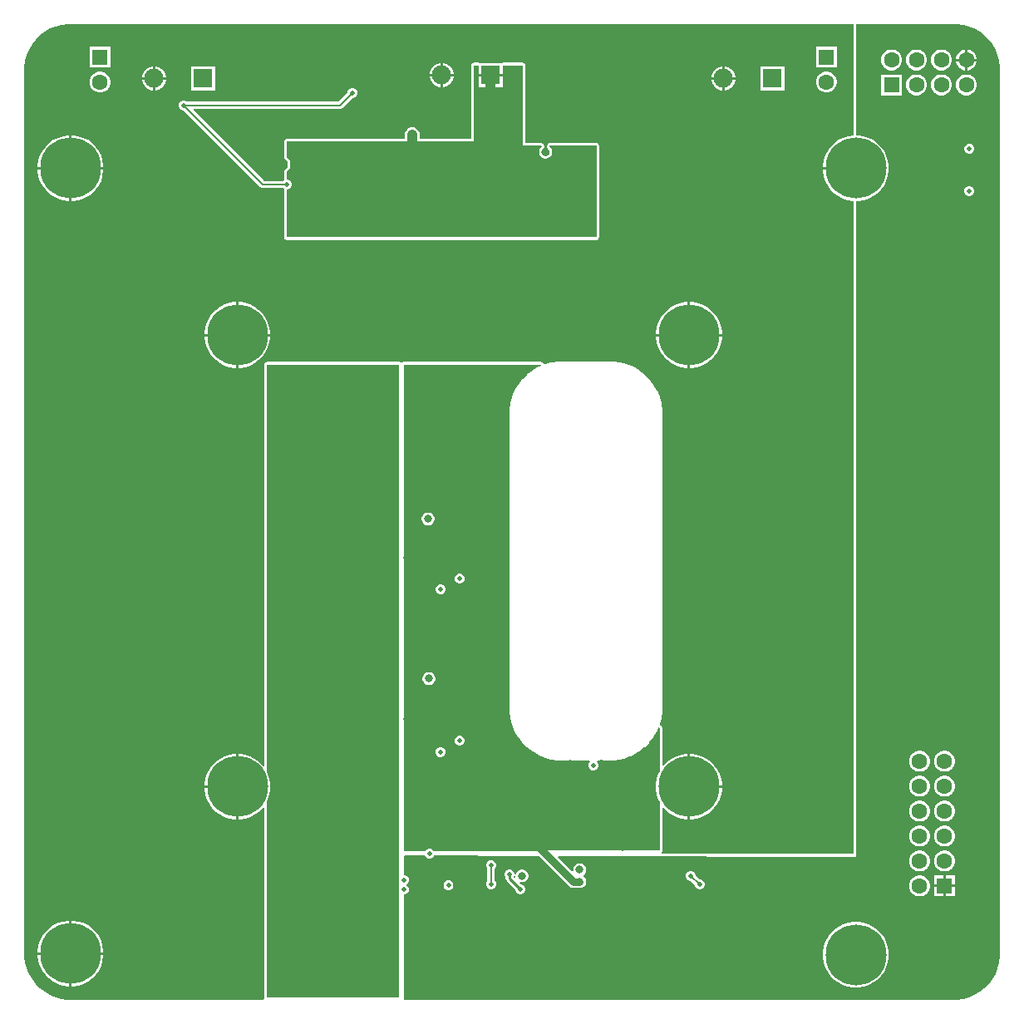
<source format=gbl>
G04*
G04 #@! TF.GenerationSoftware,Altium Limited,Altium Designer,24.0.1 (36)*
G04*
G04 Layer_Physical_Order=4*
G04 Layer_Color=16711680*
%FSLAX26Y26*%
%MOIN*%
G70*
G04*
G04 #@! TF.SameCoordinates,F42C736F-CBB7-40B1-BF54-99FABD9F894E*
G04*
G04*
G04 #@! TF.FilePolarity,Positive*
G04*
G01*
G75*
%ADD10C,0.010000*%
%ADD14C,0.007874*%
%ADD111C,0.039370*%
%ADD112C,0.029528*%
%ADD113C,0.062992*%
%ADD114R,0.062992X0.062992*%
%ADD115R,0.062992X0.062992*%
%ADD116C,0.076772*%
%ADD117R,0.076772X0.076772*%
%ADD118C,0.244095*%
%ADD119C,0.019685*%
%ADD120C,0.050000*%
%ADD121C,0.031496*%
G36*
X3336261Y3478504D02*
X3336064D01*
X3315536Y3475253D01*
X3295768Y3468830D01*
X3277249Y3459394D01*
X3260434Y3447177D01*
X3245737Y3432480D01*
X3233520Y3415665D01*
X3224084Y3397145D01*
X3217661Y3377378D01*
X3214410Y3356849D01*
Y3351457D01*
X3346457D01*
Y3341457D01*
X3214410D01*
Y3336064D01*
X3217661Y3315536D01*
X3224084Y3295768D01*
X3233520Y3277249D01*
X3245737Y3260434D01*
X3260434Y3245737D01*
X3277249Y3233520D01*
X3295768Y3224084D01*
X3315536Y3217661D01*
X3336064Y3214410D01*
X3336261D01*
Y599585D01*
X3332721Y596053D01*
X2569291Y597751D01*
X2567906Y600825D01*
X2567466Y602755D01*
X2568316Y604029D01*
X2569419Y605681D01*
X2569421Y605688D01*
X2569424Y605693D01*
X2569809Y607640D01*
X2570195Y609583D01*
Y780631D01*
X2574951Y782176D01*
X2576445Y780119D01*
X2591142Y765422D01*
X2607958Y753205D01*
X2626477Y743769D01*
X2646244Y737346D01*
X2666773Y734095D01*
X2672165D01*
Y866142D01*
Y998189D01*
X2666773D01*
X2646244Y994937D01*
X2626477Y988515D01*
X2607958Y979079D01*
X2591142Y966862D01*
X2576445Y952165D01*
X2574951Y950107D01*
X2570195Y951653D01*
Y1101840D01*
X2569999Y1102825D01*
Y1103829D01*
X2569615Y1104756D01*
X2569419Y1105742D01*
X2568861Y1106577D01*
X2568477Y1107504D01*
X2567767Y1108214D01*
X2567209Y1109049D01*
X2566374Y1109607D01*
X2565664Y1110317D01*
X2564736Y1110702D01*
X2563901Y1111259D01*
X2563781Y1111283D01*
X2563594Y1111348D01*
X2562586Y1112125D01*
X2561562Y1113326D01*
X2560438Y1117246D01*
X2566368Y1139380D01*
X2566420Y1140173D01*
X2566676Y1140925D01*
X2570055Y1166591D01*
X2570003Y1167384D01*
X2570158Y1168164D01*
X2570158Y1181102D01*
X2570158Y1181104D01*
X2570462Y2361566D01*
X2570461Y2361572D01*
X2570462Y2361578D01*
X2570452Y2374532D01*
X2570296Y2375311D01*
X2570348Y2376104D01*
X2566947Y2401787D01*
X2566691Y2402540D01*
X2566638Y2403332D01*
X2559914Y2428352D01*
X2559562Y2429065D01*
X2559406Y2429843D01*
X2549474Y2453772D01*
X2549032Y2454432D01*
X2548776Y2455184D01*
X2535805Y2477611D01*
X2535281Y2478208D01*
X2534929Y2478920D01*
X2519141Y2499462D01*
X2518544Y2499985D01*
X2518102Y2500646D01*
X2499768Y2518951D01*
X2499107Y2519392D01*
X2498583Y2519989D01*
X2478017Y2535744D01*
X2477304Y2536095D01*
X2476706Y2536619D01*
X2454259Y2549555D01*
X2453506Y2549810D01*
X2452846Y2550251D01*
X2428902Y2560147D01*
X2428123Y2560301D01*
X2427410Y2560652D01*
X2402380Y2567338D01*
X2401587Y2567389D01*
X2400835Y2567644D01*
X2375146Y2571006D01*
X2374353Y2570953D01*
X2373574Y2571107D01*
X2360631Y2571097D01*
X2360630Y2571097D01*
X2360629Y2571097D01*
X2166929Y2571097D01*
X2153985Y2571097D01*
X2153206Y2570943D01*
X2152414Y2570994D01*
X2126747Y2567616D01*
X2125995Y2567360D01*
X2125202Y2567308D01*
X2100196Y2560608D01*
X2099483Y2560257D01*
X2098704Y2560102D01*
X2097192Y2559475D01*
X2092782Y2562957D01*
X2092225Y2563792D01*
X2091840Y2564720D01*
X2091130Y2565430D01*
X2090572Y2566265D01*
X2089737Y2566823D01*
X2089027Y2567533D01*
X2088100Y2567917D01*
X2087265Y2568475D01*
X2086279Y2568671D01*
X2085352Y2569055D01*
X2084348D01*
X2083363Y2569251D01*
X1533020D01*
X1529118Y2568475D01*
X1527995Y2567725D01*
X1524384Y2566678D01*
X1520772Y2567725D01*
X1519650Y2568475D01*
X1515748Y2569251D01*
X984252D01*
X980350Y2568475D01*
X977042Y2566265D01*
X974832Y2562957D01*
X974056Y2559055D01*
Y950353D01*
X969301Y948808D01*
X966862Y952165D01*
X952165Y966862D01*
X935350Y979079D01*
X916830Y988515D01*
X897063Y994937D01*
X876534Y998189D01*
X871142D01*
Y866142D01*
Y734095D01*
X876534D01*
X897063Y737346D01*
X916830Y743769D01*
X935350Y753205D01*
X952165Y765422D01*
X966862Y780119D01*
X969301Y783476D01*
X974056Y781931D01*
Y19685D01*
X974582Y17041D01*
X972456Y13253D01*
X971319Y12041D01*
X184737D01*
X160718Y15204D01*
X137317Y21474D01*
X114936Y30745D01*
X93956Y42857D01*
X74736Y57605D01*
X57606Y74735D01*
X42857Y93956D01*
X30745Y114936D01*
X21474Y137317D01*
X15204Y160718D01*
X12041Y184737D01*
Y196850D01*
Y3740157D01*
Y3752270D01*
X15204Y3776289D01*
X21474Y3799689D01*
X30745Y3822071D01*
X42857Y3843051D01*
X57605Y3862271D01*
X74735Y3879401D01*
X93956Y3894149D01*
X114936Y3906262D01*
X137317Y3915533D01*
X160718Y3921803D01*
X184737Y3924966D01*
X3336261D01*
Y3478504D01*
D02*
G37*
G36*
X2084338Y2554151D02*
X2074787Y2550195D01*
X2074127Y2549754D01*
X2073374Y2549498D01*
X2050955Y2536554D01*
X2050358Y2536031D01*
X2049645Y2535679D01*
X2029107Y2519920D01*
X2028583Y2519323D01*
X2027922Y2518881D01*
X2009617Y2500576D01*
X2009175Y2499915D01*
X2008578Y2499391D01*
X1992819Y2478853D01*
X1992467Y2478140D01*
X1991943Y2477543D01*
X1979000Y2455124D01*
X1978744Y2454371D01*
X1978303Y2453711D01*
X1968396Y2429793D01*
X1968241Y2429014D01*
X1967890Y2428302D01*
X1961190Y2403296D01*
X1961138Y2402503D01*
X1960882Y2401751D01*
X1957504Y2376084D01*
X1957556Y2375292D01*
X1957401Y2374512D01*
X1957401Y2361568D01*
Y1181108D01*
X1957401Y1168164D01*
X1957556Y1167384D01*
X1957504Y1166592D01*
X1960883Y1140925D01*
X1961138Y1140173D01*
X1961190Y1139380D01*
X1967890Y1114375D01*
X1968242Y1113662D01*
X1968397Y1112883D01*
X1978303Y1088966D01*
X1978745Y1088305D01*
X1979000Y1087553D01*
X1991944Y1065133D01*
X1992468Y1064536D01*
X1992819Y1063824D01*
X2008579Y1043286D01*
X2009176Y1042762D01*
X2009617Y1042101D01*
X2027923Y1023796D01*
X2028583Y1023355D01*
X2029107Y1022757D01*
X2049645Y1006998D01*
X2050358Y1006646D01*
X2050955Y1006123D01*
X2073374Y993179D01*
X2074127Y992923D01*
X2074787Y992482D01*
X2098704Y982575D01*
X2099483Y982420D01*
X2100196Y982069D01*
X2125202Y975369D01*
X2125994Y975317D01*
X2126747Y975061D01*
X2152413Y971682D01*
X2153206Y971734D01*
X2153985Y971579D01*
X2166929Y971579D01*
X2188223D01*
X2192831Y972496D01*
X2199303Y975177D01*
X2204298Y972995D01*
X2204293Y970475D01*
X2277130D01*
X2279201Y965475D01*
X2276778Y963052D01*
X2273757Y955759D01*
Y947865D01*
X2276778Y940572D01*
X2282360Y934990D01*
X2289653Y931969D01*
X2297546D01*
X2304840Y934990D01*
X2310421Y940572D01*
X2313442Y947865D01*
Y955759D01*
X2310421Y963052D01*
X2307998Y965475D01*
X2310069Y970475D01*
X2322465D01*
Y972714D01*
X2322521Y972752D01*
X2327465Y974901D01*
X2333271Y972496D01*
X2337880Y971579D01*
X2341614Y971579D01*
X2373574D01*
X2374353Y971734D01*
X2375146Y971682D01*
X2400812Y975061D01*
X2401564Y975317D01*
X2402357Y975369D01*
X2427363Y982069D01*
X2428075Y982420D01*
X2428854Y982575D01*
X2452771Y992482D01*
X2453432Y992923D01*
X2454184Y993179D01*
X2476604Y1006123D01*
X2477201Y1006646D01*
X2477913Y1006998D01*
X2498452Y1022757D01*
X2498975Y1023355D01*
X2499636Y1023796D01*
X2517941Y1042101D01*
X2518383Y1042762D01*
X2518980Y1043286D01*
X2534739Y1063824D01*
X2535091Y1064536D01*
X2535614Y1065134D01*
X2548558Y1087553D01*
X2548814Y1088305D01*
X2549255Y1088966D01*
X2554999Y1102834D01*
X2559999Y1101840D01*
Y927050D01*
X2554793Y916830D01*
X2548370Y897063D01*
X2545118Y876534D01*
Y855749D01*
X2548370Y835221D01*
X2554793Y815453D01*
X2559999Y805234D01*
Y609583D01*
X1653860Y608422D01*
X1653646Y608940D01*
X1648064Y614522D01*
X1640771Y617543D01*
X1632877D01*
X1625584Y614522D01*
X1620002Y608940D01*
X1619770Y608379D01*
X1536557Y608272D01*
X1533020Y611806D01*
Y2559055D01*
X2083363D01*
X2084338Y2554151D01*
D02*
G37*
G36*
X3776289Y3921803D02*
X3799689Y3915533D01*
X3822071Y3906262D01*
X3843051Y3894150D01*
X3862271Y3879402D01*
X3879401Y3862271D01*
X3894149Y3843051D01*
X3906262Y3822071D01*
X3915533Y3799689D01*
X3921803Y3776289D01*
X3924966Y3752270D01*
Y3740157D01*
Y196850D01*
Y184737D01*
X3921803Y160718D01*
X3915533Y137317D01*
X3906262Y114936D01*
X3894150Y93956D01*
X3879402Y74736D01*
X3862271Y57606D01*
X3843051Y42857D01*
X3822071Y30745D01*
X3799689Y21474D01*
X3776289Y15204D01*
X3752270Y12041D01*
X1533001D01*
Y432913D01*
X1536948D01*
X1544241Y435934D01*
X1549823Y441516D01*
X1552844Y448809D01*
Y456703D01*
X1549823Y463996D01*
X1544241Y469577D01*
X1543364Y469941D01*
Y474941D01*
X1544241Y475304D01*
X1549823Y480886D01*
X1552844Y488179D01*
Y496073D01*
X1549823Y503366D01*
X1544241Y508948D01*
X1536948Y511969D01*
X1533001D01*
Y586319D01*
X1536541Y589851D01*
X1618673Y589668D01*
X1620002Y586460D01*
X1625584Y580878D01*
X1632877Y577857D01*
X1640771D01*
X1648064Y580878D01*
X1653646Y586460D01*
X1654941Y589588D01*
X2012452Y588793D01*
X2075935Y588652D01*
X2196906Y467680D01*
X2205097Y462207D01*
X2214760Y460285D01*
X2232437D01*
X2235705Y459410D01*
X2242484D01*
X2249033Y461164D01*
X2254904Y464554D01*
X2259698Y469348D01*
X2263088Y475219D01*
X2264842Y481768D01*
Y488547D01*
X2263088Y495096D01*
X2259698Y500967D01*
X2254904Y505761D01*
X2253870Y506358D01*
Y511358D01*
X2254904Y511956D01*
X2259698Y516749D01*
X2263088Y522621D01*
X2264843Y529169D01*
Y535949D01*
X2263088Y542497D01*
X2259698Y548369D01*
X2254904Y553163D01*
X2249033Y556552D01*
X2242484Y558307D01*
X2235705D01*
X2229156Y556552D01*
X2223285Y553163D01*
X2218491Y548369D01*
X2215101Y542497D01*
X2213347Y535949D01*
Y529726D01*
X2211988Y528639D01*
X2208660Y527342D01*
X2152141Y583861D01*
X2154059Y588478D01*
X3346457Y585827D01*
Y3214410D01*
X3356849D01*
X3377378Y3217661D01*
X3397145Y3224084D01*
X3415665Y3233520D01*
X3432480Y3245737D01*
X3447177Y3260434D01*
X3459394Y3277249D01*
X3468830Y3295768D01*
X3475253Y3315536D01*
X3478504Y3336064D01*
Y3356849D01*
X3475253Y3377378D01*
X3468830Y3397145D01*
X3459394Y3415665D01*
X3447177Y3432480D01*
X3432480Y3447177D01*
X3415665Y3459394D01*
X3397145Y3468830D01*
X3377378Y3475253D01*
X3356849Y3478504D01*
X3346457D01*
Y3924966D01*
X3752270D01*
X3776289Y3921803D01*
D02*
G37*
G36*
X1515748Y502324D02*
X1513159Y496073D01*
Y488179D01*
X1515748Y481928D01*
Y462953D01*
X1513159Y456703D01*
Y448809D01*
X1515748Y442558D01*
Y19685D01*
X984252D01*
Y807087D01*
X988515Y815453D01*
X994937Y835221D01*
X998189Y855749D01*
Y876534D01*
X994937Y897063D01*
X988515Y916830D01*
X984252Y925196D01*
Y2559055D01*
X1515748D01*
Y502324D01*
D02*
G37*
%LPC*%
G36*
X2010252Y3769387D02*
X1929858D01*
X1927202Y3768858D01*
X1835743D01*
X1833087Y3769387D01*
X1814961D01*
X1811059Y3768610D01*
X1807751Y3766400D01*
X1805541Y3763093D01*
X1804765Y3759191D01*
Y3464660D01*
X1597039D01*
Y3480276D01*
X1596019Y3488025D01*
X1593028Y3495246D01*
X1588269Y3501447D01*
X1582068Y3506206D01*
X1574847Y3509197D01*
X1567098Y3510217D01*
X1559348Y3509197D01*
X1552127Y3506206D01*
X1545926Y3501447D01*
X1541168Y3495246D01*
X1538177Y3488025D01*
X1537157Y3480276D01*
Y3464660D01*
X1063605D01*
X1059703Y3463884D01*
X1056396Y3461674D01*
X1054185Y3458366D01*
X1053409Y3454464D01*
Y3390349D01*
X1053669Y3389041D01*
X1053757Y3387710D01*
X1054054Y3387107D01*
X1054185Y3386447D01*
X1054926Y3385338D01*
X1055516Y3384142D01*
X1056022Y3383699D01*
X1056396Y3383140D01*
X1057505Y3382398D01*
X1058507Y3381519D01*
X1059150Y3381148D01*
X1063768Y3376530D01*
X1067034Y3370874D01*
X1068724Y3364565D01*
Y3358034D01*
X1067034Y3351726D01*
X1063768Y3346070D01*
X1059150Y3341451D01*
X1058507Y3341080D01*
X1057505Y3340201D01*
X1056396Y3339460D01*
X1056022Y3338901D01*
X1055516Y3338457D01*
X1054926Y3337261D01*
X1054185Y3336152D01*
X1054054Y3335492D01*
X1053757Y3334889D01*
X1053669Y3333558D01*
X1053409Y3332250D01*
Y3301339D01*
X1053885Y3298947D01*
X1052365Y3298318D01*
X1049754Y3295706D01*
X974238D01*
X690067Y3579877D01*
X691980Y3584496D01*
X1276753D01*
X1282191Y3585578D01*
X1286801Y3588658D01*
X1327025Y3628883D01*
X1330718D01*
X1338012Y3631904D01*
X1343593Y3637485D01*
X1346614Y3644778D01*
Y3652672D01*
X1343593Y3659965D01*
X1338012Y3665547D01*
X1330718Y3668568D01*
X1322825D01*
X1315532Y3665547D01*
X1309950Y3659965D01*
X1306929Y3652672D01*
Y3648979D01*
X1270867Y3612916D01*
X664993D01*
X662381Y3615528D01*
X655088Y3618549D01*
X647194D01*
X639901Y3615528D01*
X634320Y3609946D01*
X631299Y3602653D01*
Y3594760D01*
X634320Y3587466D01*
X639901Y3581885D01*
X647194Y3578864D01*
X650888D01*
X958304Y3271448D01*
X962914Y3268368D01*
X968352Y3267286D01*
X1049754D01*
X1052365Y3264675D01*
X1053885Y3264045D01*
X1053409Y3261654D01*
Y3069380D01*
X1054185Y3065478D01*
X1056396Y3062170D01*
X1059703Y3059960D01*
X1063605Y3059184D01*
X2306102D01*
X2310004Y3059960D01*
X2313312Y3062170D01*
X2315522Y3065478D01*
X2316298Y3069380D01*
Y3436698D01*
X2315522Y3440600D01*
X2313312Y3443908D01*
X2310004Y3446118D01*
X2306102Y3446894D01*
X2119125D01*
X2118465Y3446763D01*
X2117794Y3446807D01*
X2116531Y3446378D01*
X2115223Y3446118D01*
X2114664Y3445745D01*
X2114027Y3445528D01*
X2113024Y3444649D01*
X2111915Y3443908D01*
X2111542Y3443349D01*
X2111036Y3442905D01*
X2110446Y3441709D01*
X2109705Y3440600D01*
X2109574Y3439941D01*
X2109276Y3439338D01*
X2107937Y3434338D01*
X2107893Y3433668D01*
X2107677Y3433033D01*
X2107740Y3432067D01*
X2107659Y3431658D01*
X2107736Y3431271D01*
X2107676Y3430368D01*
X2107892Y3429733D01*
X2107936Y3429063D01*
X2108337Y3428249D01*
X2108435Y3427757D01*
X2108695Y3427367D01*
X2108955Y3426601D01*
X2109398Y3426096D01*
X2109694Y3425494D01*
X2110304Y3424959D01*
X2110645Y3424449D01*
X2114490Y3420604D01*
X2116537Y3417058D01*
X2117597Y3413102D01*
Y3409008D01*
X2116537Y3405052D01*
X2114490Y3401506D01*
X2111594Y3398610D01*
X2108048Y3396563D01*
X2104092Y3395503D01*
X2099997D01*
X2096042Y3396563D01*
X2092495Y3398610D01*
X2089600Y3401506D01*
X2087553Y3405052D01*
X2086493Y3409008D01*
Y3413102D01*
X2087553Y3417058D01*
X2089600Y3420604D01*
X2093445Y3424449D01*
X2093786Y3424959D01*
X2094396Y3425494D01*
X2094692Y3426096D01*
X2095135Y3426601D01*
X2095395Y3427367D01*
X2095655Y3427757D01*
X2095753Y3428249D01*
X2096154Y3429063D01*
X2096198Y3429732D01*
X2096413Y3430368D01*
X2096354Y3431271D01*
X2096431Y3431658D01*
X2096350Y3432067D01*
X2096413Y3433033D01*
X2096197Y3433668D01*
X2096153Y3434338D01*
X2094813Y3439338D01*
X2094516Y3439941D01*
X2094385Y3440600D01*
X2093644Y3441709D01*
X2093054Y3442905D01*
X2092548Y3443349D01*
X2092174Y3443908D01*
X2091066Y3444649D01*
X2090063Y3445528D01*
X2089426Y3445745D01*
X2088867Y3446118D01*
X2087559Y3446378D01*
X2086295Y3446807D01*
X2085624Y3446763D01*
X2084965Y3446894D01*
X2020448D01*
Y3759191D01*
X2019672Y3763093D01*
X2017462Y3766400D01*
X2014154Y3768610D01*
X2010252Y3769387D01*
D02*
G37*
G36*
X3269843Y3833512D02*
X3186851D01*
Y3750520D01*
X3269843D01*
Y3833512D01*
D02*
G37*
G36*
X356457Y3832747D02*
X273465D01*
Y3749755D01*
X356457D01*
Y3832747D01*
D02*
G37*
G36*
X1690992Y3768858D02*
X1689622D01*
Y3725472D01*
X1733008D01*
Y3726843D01*
X1729710Y3739149D01*
X1723340Y3750182D01*
X1714332Y3759191D01*
X1703298Y3765561D01*
X1690992Y3768858D01*
D02*
G37*
G36*
X1679622D02*
X1678252D01*
X1665946Y3765561D01*
X1654912Y3759191D01*
X1645904Y3750182D01*
X1639534Y3739149D01*
X1636236Y3726843D01*
Y3725472D01*
X1679622D01*
Y3768858D01*
D02*
G37*
G36*
X2821331Y3755401D02*
X2819960D01*
Y3712015D01*
X2863346D01*
Y3713386D01*
X2860049Y3725692D01*
X2853679Y3736725D01*
X2844670Y3745734D01*
X2833637Y3752104D01*
X2821331Y3755401D01*
D02*
G37*
G36*
X2809960D02*
X2808590D01*
X2796284Y3752104D01*
X2785251Y3745734D01*
X2776242Y3736725D01*
X2769872Y3725692D01*
X2766575Y3713386D01*
Y3712015D01*
X2809960D01*
Y3755401D01*
D02*
G37*
G36*
X537866Y3754637D02*
X536496D01*
Y3711252D01*
X579882D01*
Y3712621D01*
X576585Y3724927D01*
X570214Y3735961D01*
X561206Y3744970D01*
X550172Y3751340D01*
X537866Y3754637D01*
D02*
G37*
G36*
X526496D02*
X525126D01*
X512820Y3751340D01*
X501786Y3744970D01*
X492778Y3735961D01*
X486408Y3724927D01*
X483110Y3712621D01*
Y3711252D01*
X526496D01*
Y3754637D01*
D02*
G37*
G36*
X1733008Y3715472D02*
X1689622D01*
Y3672087D01*
X1690992D01*
X1703298Y3675384D01*
X1714332Y3681754D01*
X1723340Y3690763D01*
X1729710Y3701796D01*
X1733008Y3714102D01*
Y3715472D01*
D02*
G37*
G36*
X1679622D02*
X1636236D01*
Y3714102D01*
X1639534Y3701796D01*
X1645904Y3690763D01*
X1654912Y3681754D01*
X1665946Y3675384D01*
X1678252Y3672087D01*
X1679622D01*
Y3715472D01*
D02*
G37*
G36*
X3060197Y3755401D02*
X2963425D01*
Y3658630D01*
X3060197D01*
Y3755401D01*
D02*
G37*
G36*
X2863346Y3702015D02*
X2819960D01*
Y3658630D01*
X2821331D01*
X2833637Y3661927D01*
X2844670Y3668297D01*
X2853679Y3677306D01*
X2860049Y3688339D01*
X2863346Y3700646D01*
Y3702015D01*
D02*
G37*
G36*
X2809960D02*
X2766575D01*
Y3700646D01*
X2769872Y3688339D01*
X2776242Y3677306D01*
X2785251Y3668297D01*
X2796284Y3661927D01*
X2808590Y3658630D01*
X2809960D01*
Y3702015D01*
D02*
G37*
G36*
X776732Y3754637D02*
X679961D01*
Y3657865D01*
X776732D01*
Y3754637D01*
D02*
G37*
G36*
X579882Y3701252D02*
X536496D01*
Y3657865D01*
X537866D01*
X550172Y3661163D01*
X561206Y3667533D01*
X570214Y3676542D01*
X576585Y3687575D01*
X579882Y3699881D01*
Y3701252D01*
D02*
G37*
G36*
X526496D02*
X483110D01*
Y3699881D01*
X486408Y3687575D01*
X492778Y3676542D01*
X501786Y3667533D01*
X512820Y3661163D01*
X525126Y3657865D01*
X526496D01*
Y3701252D01*
D02*
G37*
G36*
X3233810Y3733512D02*
X3222883D01*
X3212330Y3730684D01*
X3202867Y3725221D01*
X3195141Y3717495D01*
X3189678Y3708032D01*
X3186851Y3697479D01*
Y3686552D01*
X3189678Y3675999D01*
X3195141Y3666536D01*
X3202867Y3658811D01*
X3212330Y3653347D01*
X3222883Y3650520D01*
X3233810D01*
X3244363Y3653347D01*
X3253826Y3658811D01*
X3261552Y3666536D01*
X3267015Y3675999D01*
X3269843Y3686552D01*
Y3697479D01*
X3267015Y3708032D01*
X3261552Y3717495D01*
X3253826Y3725221D01*
X3244363Y3730684D01*
X3233810Y3733512D01*
D02*
G37*
G36*
X320424Y3732747D02*
X309498D01*
X298944Y3729919D01*
X289481Y3724456D01*
X281755Y3716731D01*
X276293Y3707268D01*
X273465Y3696714D01*
Y3685788D01*
X276293Y3675234D01*
X281755Y3665772D01*
X289481Y3658046D01*
X298944Y3652583D01*
X309498Y3649755D01*
X320424D01*
X330978Y3652583D01*
X340440Y3658046D01*
X348166Y3665772D01*
X353629Y3675234D01*
X356457Y3685788D01*
Y3696714D01*
X353629Y3707268D01*
X348166Y3716731D01*
X340440Y3724456D01*
X330978Y3729919D01*
X320424Y3732747D01*
D02*
G37*
G36*
X207243Y3478504D02*
X201850D01*
Y3351457D01*
X328898D01*
Y3356849D01*
X325646Y3377378D01*
X319223Y3397145D01*
X309787Y3415664D01*
X297570Y3432480D01*
X282873Y3447177D01*
X266058Y3459394D01*
X247539Y3468830D01*
X227772Y3475252D01*
X207243Y3478504D01*
D02*
G37*
G36*
X191850D02*
X186458D01*
X165929Y3475252D01*
X146162Y3468830D01*
X127643Y3459394D01*
X110827Y3447177D01*
X96130Y3432480D01*
X83913Y3415664D01*
X74478Y3397145D01*
X68055Y3377378D01*
X64803Y3356849D01*
Y3351457D01*
X191850D01*
Y3478504D01*
D02*
G37*
G36*
X328898Y3341457D02*
X201850D01*
Y3214410D01*
X207243D01*
X227772Y3217661D01*
X247539Y3224084D01*
X266058Y3233520D01*
X282873Y3245737D01*
X297570Y3260434D01*
X309787Y3277249D01*
X319223Y3295768D01*
X325646Y3315536D01*
X328898Y3336064D01*
Y3341457D01*
D02*
G37*
G36*
X191850D02*
X64803D01*
Y3336064D01*
X68055Y3315536D01*
X74478Y3295768D01*
X83913Y3277249D01*
X96130Y3260434D01*
X110827Y3245737D01*
X127643Y3233520D01*
X146162Y3224084D01*
X165929Y3217661D01*
X186458Y3214410D01*
X191850D01*
Y3341457D01*
D02*
G37*
G36*
X2687558Y2809213D02*
X2682165D01*
Y2682165D01*
X2809213D01*
Y2687558D01*
X2805961Y2708086D01*
X2799538Y2727854D01*
X2790102Y2746373D01*
X2777885Y2763188D01*
X2763188Y2777885D01*
X2746373Y2790102D01*
X2727854Y2799538D01*
X2708086Y2805961D01*
X2687558Y2809213D01*
D02*
G37*
G36*
X2672165D02*
X2666773D01*
X2646244Y2805961D01*
X2626477Y2799538D01*
X2607958Y2790102D01*
X2591142Y2777885D01*
X2576445Y2763188D01*
X2564229Y2746373D01*
X2554793Y2727854D01*
X2548370Y2708086D01*
X2545118Y2687558D01*
Y2682165D01*
X2672165D01*
Y2809213D01*
D02*
G37*
G36*
X876534D02*
X871142D01*
Y2682165D01*
X998189D01*
Y2687558D01*
X994937Y2708086D01*
X988515Y2727854D01*
X979079Y2746373D01*
X966862Y2763188D01*
X952165Y2777885D01*
X935350Y2790102D01*
X916830Y2799538D01*
X897063Y2805961D01*
X876534Y2809213D01*
D02*
G37*
G36*
X861142D02*
X855749D01*
X835221Y2805961D01*
X815453Y2799538D01*
X796934Y2790102D01*
X780119Y2777885D01*
X765422Y2763188D01*
X753205Y2746373D01*
X743769Y2727854D01*
X737346Y2708086D01*
X734095Y2687558D01*
Y2682165D01*
X861142D01*
Y2809213D01*
D02*
G37*
G36*
X2809213Y2672165D02*
X2682165D01*
Y2545118D01*
X2687558D01*
X2708086Y2548370D01*
X2727854Y2554793D01*
X2746373Y2564229D01*
X2763188Y2576445D01*
X2777885Y2591142D01*
X2790102Y2607958D01*
X2799538Y2626477D01*
X2805961Y2646244D01*
X2809213Y2666773D01*
Y2672165D01*
D02*
G37*
G36*
X2672165D02*
X2545118D01*
Y2666773D01*
X2548370Y2646244D01*
X2554793Y2626477D01*
X2564229Y2607958D01*
X2576445Y2591142D01*
X2591142Y2576445D01*
X2607958Y2564229D01*
X2626477Y2554793D01*
X2646244Y2548370D01*
X2666773Y2545118D01*
X2672165D01*
Y2672165D01*
D02*
G37*
G36*
X998189D02*
X871142D01*
Y2545118D01*
X876534D01*
X897063Y2548370D01*
X916830Y2554793D01*
X935350Y2564229D01*
X952165Y2576445D01*
X966862Y2591142D01*
X979079Y2607958D01*
X988515Y2626477D01*
X994937Y2646244D01*
X998189Y2666773D01*
Y2672165D01*
D02*
G37*
G36*
X861142D02*
X734095D01*
Y2666773D01*
X737346Y2646244D01*
X743769Y2626477D01*
X753205Y2607958D01*
X765422Y2591142D01*
X780119Y2576445D01*
X796934Y2564229D01*
X815453Y2554793D01*
X835221Y2548370D01*
X855749Y2545118D01*
X861142D01*
Y2672165D01*
D02*
G37*
G36*
X2687558Y998189D02*
X2682165D01*
Y871142D01*
X2809213D01*
Y876534D01*
X2805961Y897063D01*
X2799538Y916830D01*
X2790102Y935350D01*
X2777885Y952165D01*
X2763188Y966862D01*
X2746373Y979079D01*
X2727854Y988515D01*
X2708086Y994937D01*
X2687558Y998189D01*
D02*
G37*
G36*
X861142D02*
X855749D01*
X835221Y994937D01*
X815453Y988515D01*
X796934Y979079D01*
X780119Y966862D01*
X765422Y952165D01*
X753205Y935350D01*
X743769Y916830D01*
X737346Y897063D01*
X734095Y876534D01*
Y871142D01*
X861142D01*
Y998189D01*
D02*
G37*
G36*
X2809213Y861142D02*
X2682165D01*
Y734095D01*
X2687558D01*
X2708086Y737346D01*
X2727854Y743769D01*
X2746373Y753205D01*
X2763188Y765422D01*
X2777885Y780119D01*
X2790102Y796934D01*
X2799538Y815453D01*
X2805961Y835221D01*
X2809213Y855749D01*
Y861142D01*
D02*
G37*
G36*
X861142D02*
X734095D01*
Y855749D01*
X737346Y835221D01*
X743769Y815453D01*
X753205Y796934D01*
X765422Y780119D01*
X780119Y765422D01*
X796934Y753205D01*
X815453Y743769D01*
X835221Y737346D01*
X855749Y734095D01*
X861142D01*
Y861142D01*
D02*
G37*
G36*
X207243Y328898D02*
X201850D01*
Y201850D01*
X328898D01*
Y207243D01*
X325646Y227772D01*
X319223Y247539D01*
X309787Y266058D01*
X297570Y282873D01*
X282873Y297570D01*
X266058Y309787D01*
X247539Y319223D01*
X227772Y325646D01*
X207243Y328898D01*
D02*
G37*
G36*
X191850D02*
X186458D01*
X165929Y325646D01*
X146162Y319223D01*
X127643Y309787D01*
X110827Y297570D01*
X96130Y282873D01*
X83913Y266058D01*
X74478Y247539D01*
X68055Y227772D01*
X64803Y207243D01*
Y201850D01*
X191850D01*
Y328898D01*
D02*
G37*
G36*
X328898Y191850D02*
X201850D01*
Y64803D01*
X207243D01*
X227772Y68055D01*
X247539Y74478D01*
X266058Y83913D01*
X282873Y96130D01*
X297570Y110827D01*
X309787Y127643D01*
X319223Y146162D01*
X325646Y165929D01*
X328898Y186458D01*
Y191850D01*
D02*
G37*
G36*
X191850D02*
X64803D01*
Y186458D01*
X68055Y165929D01*
X74478Y146162D01*
X83913Y127643D01*
X96130Y110827D01*
X110827Y96130D01*
X127643Y83913D01*
X146162Y74478D01*
X165929Y68055D01*
X186458Y64803D01*
X191850D01*
Y191850D01*
D02*
G37*
%LPD*%
G36*
X2010252Y3436698D02*
X2084965D01*
X2086305Y3431698D01*
X2086235Y3431658D01*
X2081441Y3426865D01*
X2078052Y3420993D01*
X2076297Y3414445D01*
Y3407665D01*
X2078052Y3401117D01*
X2081441Y3395245D01*
X2086235Y3390451D01*
X2092106Y3387062D01*
X2098655Y3385307D01*
X2105435D01*
X2111983Y3387062D01*
X2117854Y3390451D01*
X2122648Y3395245D01*
X2126038Y3401117D01*
X2127793Y3407665D01*
Y3414445D01*
X2126038Y3420993D01*
X2122648Y3426865D01*
X2117854Y3431658D01*
X2117785Y3431698D01*
X2119125Y3436698D01*
X2306102D01*
Y3069380D01*
X1063605D01*
Y3261654D01*
X1067552D01*
X1074845Y3264675D01*
X1080427Y3270256D01*
X1083448Y3277549D01*
Y3285443D01*
X1080427Y3292736D01*
X1074845Y3298318D01*
X1067552Y3301339D01*
X1063605D01*
Y3332250D01*
X1065411Y3333293D01*
X1071927Y3339809D01*
X1076535Y3347790D01*
X1078920Y3356692D01*
Y3365907D01*
X1076535Y3374809D01*
X1071927Y3382790D01*
X1065411Y3389307D01*
X1063605Y3390349D01*
Y3454464D01*
X1814961D01*
Y3759191D01*
X1833087D01*
Y3725472D01*
X1881472D01*
X1929858D01*
Y3759191D01*
X2010252D01*
Y3436698D01*
D02*
G37*
%LPC*%
G36*
X1929858Y3715472D02*
X1886472D01*
Y3672087D01*
X1929858D01*
Y3715472D01*
D02*
G37*
G36*
X1876472D02*
X1833087D01*
Y3672087D01*
X1876472D01*
Y3715472D01*
D02*
G37*
G36*
X1633892Y1965512D02*
X1627112D01*
X1620563Y1963757D01*
X1614692Y1960367D01*
X1609898Y1955573D01*
X1606509Y1949702D01*
X1604754Y1943153D01*
Y1936374D01*
X1606509Y1929825D01*
X1609898Y1923954D01*
X1614692Y1919160D01*
X1620563Y1915770D01*
X1627112Y1914016D01*
X1633892D01*
X1640440Y1915770D01*
X1646312Y1919160D01*
X1651105Y1923954D01*
X1654495Y1929825D01*
X1656250Y1936374D01*
Y1943153D01*
X1654495Y1949702D01*
X1651105Y1955573D01*
X1646312Y1960367D01*
X1640440Y1963757D01*
X1633892Y1965512D01*
D02*
G37*
G36*
X1761821Y1719478D02*
X1753927D01*
X1746634Y1716457D01*
X1741052Y1710876D01*
X1738032Y1703583D01*
Y1695689D01*
X1741052Y1688396D01*
X1746634Y1682814D01*
X1753927Y1679793D01*
X1761821D01*
X1769114Y1682814D01*
X1774696Y1688396D01*
X1777716Y1695689D01*
Y1703583D01*
X1774696Y1710876D01*
X1769114Y1716457D01*
X1761821Y1719478D01*
D02*
G37*
G36*
X1685300Y1677155D02*
X1677406D01*
X1670113Y1674134D01*
X1664532Y1668553D01*
X1661511Y1661260D01*
Y1653366D01*
X1664532Y1646073D01*
X1670113Y1640491D01*
X1677406Y1637470D01*
X1685300D01*
X1692593Y1640491D01*
X1698175Y1646073D01*
X1701196Y1653366D01*
Y1661260D01*
X1698175Y1668553D01*
X1692593Y1674134D01*
X1685300Y1677155D01*
D02*
G37*
G36*
X1637356Y1324961D02*
X1630577D01*
X1624028Y1323206D01*
X1618157Y1319816D01*
X1613363Y1315022D01*
X1609973Y1309151D01*
X1608218Y1302602D01*
Y1295823D01*
X1609973Y1289274D01*
X1613363Y1283403D01*
X1618157Y1278609D01*
X1624028Y1275219D01*
X1630577Y1273465D01*
X1637356D01*
X1643905Y1275219D01*
X1649776Y1278609D01*
X1654570Y1283403D01*
X1657960Y1289274D01*
X1659714Y1295823D01*
Y1302602D01*
X1657960Y1309151D01*
X1654570Y1315022D01*
X1649776Y1319816D01*
X1643905Y1323206D01*
X1637356Y1324961D01*
D02*
G37*
G36*
X1761821Y1069872D02*
X1753927D01*
X1746634Y1066851D01*
X1741053Y1061269D01*
X1738032Y1053976D01*
Y1046082D01*
X1741053Y1038790D01*
X1746634Y1033208D01*
X1753927Y1030187D01*
X1761821D01*
X1769114Y1033208D01*
X1774696Y1038790D01*
X1777717Y1046082D01*
Y1053976D01*
X1774696Y1061269D01*
X1769114Y1066851D01*
X1761821Y1069872D01*
D02*
G37*
G36*
X1684165Y1025278D02*
X1676271D01*
X1668978Y1022257D01*
X1663396Y1016676D01*
X1660376Y1009383D01*
Y1001489D01*
X1663396Y994196D01*
X1668978Y988614D01*
X1676271Y985593D01*
X1684165D01*
X1691458Y988614D01*
X1697040Y994196D01*
X1700061Y1001489D01*
Y1009383D01*
X1697040Y1016676D01*
X1691458Y1022257D01*
X1684165Y1025278D01*
D02*
G37*
G36*
X3795178Y3822124D02*
X3794715D01*
Y3785628D01*
X3831211D01*
Y3786091D01*
X3828383Y3796645D01*
X3822920Y3806107D01*
X3815194Y3813833D01*
X3805732Y3819296D01*
X3795178Y3822124D01*
D02*
G37*
G36*
X3784715D02*
X3784252D01*
X3773698Y3819296D01*
X3764236Y3813833D01*
X3756510Y3806107D01*
X3751047Y3796645D01*
X3748219Y3786091D01*
Y3785628D01*
X3784715D01*
Y3822124D01*
D02*
G37*
G36*
X3831211Y3775628D02*
X3794715D01*
Y3739132D01*
X3795178D01*
X3805732Y3741960D01*
X3815194Y3747423D01*
X3822920Y3755148D01*
X3828383Y3764611D01*
X3831211Y3775165D01*
Y3775628D01*
D02*
G37*
G36*
X3784715D02*
X3748219D01*
Y3775165D01*
X3751047Y3764611D01*
X3756510Y3755148D01*
X3764236Y3747423D01*
X3773698Y3741960D01*
X3784252Y3739132D01*
X3784715D01*
Y3775628D01*
D02*
G37*
G36*
X3695178Y3822124D02*
X3684252D01*
X3673698Y3819296D01*
X3664236Y3813833D01*
X3656510Y3806107D01*
X3651047Y3796645D01*
X3648219Y3786091D01*
Y3775165D01*
X3651047Y3764611D01*
X3656510Y3755148D01*
X3664236Y3747423D01*
X3673698Y3741960D01*
X3684252Y3739132D01*
X3695178D01*
X3705732Y3741960D01*
X3715194Y3747423D01*
X3722920Y3755148D01*
X3728383Y3764611D01*
X3731211Y3775165D01*
Y3786091D01*
X3728383Y3796645D01*
X3722920Y3806107D01*
X3715194Y3813833D01*
X3705732Y3819296D01*
X3695178Y3822124D01*
D02*
G37*
G36*
X3595178D02*
X3584252D01*
X3573698Y3819296D01*
X3564236Y3813833D01*
X3556510Y3806107D01*
X3551047Y3796645D01*
X3548219Y3786091D01*
Y3775165D01*
X3551047Y3764611D01*
X3556510Y3755148D01*
X3564236Y3747423D01*
X3573698Y3741960D01*
X3584252Y3739132D01*
X3595178D01*
X3605732Y3741960D01*
X3615194Y3747423D01*
X3622920Y3755148D01*
X3628383Y3764611D01*
X3631211Y3775165D01*
Y3786091D01*
X3628383Y3796645D01*
X3622920Y3806107D01*
X3615194Y3813833D01*
X3605732Y3819296D01*
X3595178Y3822124D01*
D02*
G37*
G36*
X3495178D02*
X3484252D01*
X3473698Y3819296D01*
X3464236Y3813833D01*
X3456510Y3806107D01*
X3451047Y3796645D01*
X3448219Y3786091D01*
Y3775165D01*
X3451047Y3764611D01*
X3456510Y3755148D01*
X3464236Y3747423D01*
X3473698Y3741960D01*
X3484252Y3739132D01*
X3495178D01*
X3505732Y3741960D01*
X3515194Y3747423D01*
X3522920Y3755148D01*
X3528383Y3764611D01*
X3531211Y3775165D01*
Y3786091D01*
X3528383Y3796645D01*
X3522920Y3806107D01*
X3515194Y3813833D01*
X3505732Y3819296D01*
X3495178Y3822124D01*
D02*
G37*
G36*
X3795178Y3722124D02*
X3784252D01*
X3773698Y3719296D01*
X3764236Y3713833D01*
X3756510Y3706107D01*
X3751047Y3696645D01*
X3748219Y3686091D01*
Y3675165D01*
X3751047Y3664611D01*
X3756510Y3655148D01*
X3764236Y3647423D01*
X3773698Y3641960D01*
X3784252Y3639132D01*
X3795178D01*
X3805732Y3641960D01*
X3815194Y3647423D01*
X3822920Y3655148D01*
X3828383Y3664611D01*
X3831211Y3675165D01*
Y3686091D01*
X3828383Y3696645D01*
X3822920Y3706107D01*
X3815194Y3713833D01*
X3805732Y3719296D01*
X3795178Y3722124D01*
D02*
G37*
G36*
X3695178D02*
X3684252D01*
X3673698Y3719296D01*
X3664236Y3713833D01*
X3656510Y3706107D01*
X3651047Y3696645D01*
X3648219Y3686091D01*
Y3675165D01*
X3651047Y3664611D01*
X3656510Y3655148D01*
X3664236Y3647423D01*
X3673698Y3641960D01*
X3684252Y3639132D01*
X3695178D01*
X3705732Y3641960D01*
X3715194Y3647423D01*
X3722920Y3655148D01*
X3728383Y3664611D01*
X3731211Y3675165D01*
Y3686091D01*
X3728383Y3696645D01*
X3722920Y3706107D01*
X3715194Y3713833D01*
X3705732Y3719296D01*
X3695178Y3722124D01*
D02*
G37*
G36*
X3595178D02*
X3584252D01*
X3573698Y3719296D01*
X3564236Y3713833D01*
X3556510Y3706107D01*
X3551047Y3696645D01*
X3548219Y3686091D01*
Y3675165D01*
X3551047Y3664611D01*
X3556510Y3655148D01*
X3564236Y3647423D01*
X3573698Y3641960D01*
X3584252Y3639132D01*
X3595178D01*
X3605732Y3641960D01*
X3615194Y3647423D01*
X3622920Y3655148D01*
X3628383Y3664611D01*
X3631211Y3675165D01*
Y3686091D01*
X3628383Y3696645D01*
X3622920Y3706107D01*
X3615194Y3713833D01*
X3605732Y3719296D01*
X3595178Y3722124D01*
D02*
G37*
G36*
X3531211D02*
X3448219D01*
Y3639132D01*
X3531211D01*
Y3722124D01*
D02*
G37*
G36*
X3806152Y3443977D02*
X3798258D01*
X3790965Y3440956D01*
X3785383Y3435374D01*
X3782363Y3428081D01*
Y3420187D01*
X3785383Y3412894D01*
X3790965Y3407312D01*
X3798258Y3404291D01*
X3806152D01*
X3813445Y3407312D01*
X3819027Y3412894D01*
X3822048Y3420187D01*
Y3428081D01*
X3819027Y3435374D01*
X3813445Y3440956D01*
X3806152Y3443977D01*
D02*
G37*
G36*
X3805128Y3274685D02*
X3797235D01*
X3789941Y3271664D01*
X3784360Y3266082D01*
X3781339Y3258789D01*
Y3250896D01*
X3784360Y3243603D01*
X3789941Y3238021D01*
X3797235Y3235000D01*
X3805128D01*
X3812421Y3238021D01*
X3818003Y3243603D01*
X3821024Y3250896D01*
Y3258789D01*
X3818003Y3266082D01*
X3812421Y3271664D01*
X3805128Y3274685D01*
D02*
G37*
G36*
X3707825Y1009212D02*
X3696899D01*
X3686345Y1006385D01*
X3676883Y1000922D01*
X3669157Y993196D01*
X3663694Y983733D01*
X3660866Y973180D01*
Y962253D01*
X3663694Y951700D01*
X3669157Y942237D01*
X3676883Y934511D01*
X3686345Y929048D01*
X3696899Y926221D01*
X3707825D01*
X3718379Y929048D01*
X3727841Y934511D01*
X3735567Y942237D01*
X3741030Y951700D01*
X3743858Y962253D01*
Y973180D01*
X3741030Y983733D01*
X3735567Y993196D01*
X3727841Y1000922D01*
X3718379Y1006385D01*
X3707825Y1009212D01*
D02*
G37*
G36*
X3607825D02*
X3596899D01*
X3586345Y1006385D01*
X3576883Y1000922D01*
X3569157Y993196D01*
X3563694Y983733D01*
X3560866Y973180D01*
Y962253D01*
X3563694Y951700D01*
X3569157Y942237D01*
X3576883Y934511D01*
X3586345Y929048D01*
X3596899Y926221D01*
X3607825D01*
X3618379Y929048D01*
X3627841Y934511D01*
X3635567Y942237D01*
X3641030Y951700D01*
X3643858Y962253D01*
Y973180D01*
X3641030Y983733D01*
X3635567Y993196D01*
X3627841Y1000922D01*
X3618379Y1006385D01*
X3607825Y1009212D01*
D02*
G37*
G36*
X3707825Y909212D02*
X3696899D01*
X3686345Y906385D01*
X3676883Y900922D01*
X3669157Y893196D01*
X3663694Y883733D01*
X3660866Y873180D01*
Y862253D01*
X3663694Y851700D01*
X3669157Y842237D01*
X3676883Y834511D01*
X3686345Y829048D01*
X3696899Y826221D01*
X3707825D01*
X3718379Y829048D01*
X3727841Y834511D01*
X3735567Y842237D01*
X3741030Y851700D01*
X3743858Y862253D01*
Y873180D01*
X3741030Y883733D01*
X3735567Y893196D01*
X3727841Y900922D01*
X3718379Y906385D01*
X3707825Y909212D01*
D02*
G37*
G36*
X3607825D02*
X3596899D01*
X3586345Y906385D01*
X3576883Y900922D01*
X3569157Y893196D01*
X3563694Y883733D01*
X3560866Y873180D01*
Y862253D01*
X3563694Y851700D01*
X3569157Y842237D01*
X3576883Y834511D01*
X3586345Y829048D01*
X3596899Y826221D01*
X3607825D01*
X3618379Y829048D01*
X3627841Y834511D01*
X3635567Y842237D01*
X3641030Y851700D01*
X3643858Y862253D01*
Y873180D01*
X3641030Y883733D01*
X3635567Y893196D01*
X3627841Y900922D01*
X3618379Y906385D01*
X3607825Y909212D01*
D02*
G37*
G36*
X3707825Y809212D02*
X3696899D01*
X3686345Y806385D01*
X3676883Y800922D01*
X3669157Y793196D01*
X3663694Y783733D01*
X3660866Y773180D01*
Y762253D01*
X3663694Y751700D01*
X3669157Y742237D01*
X3676883Y734511D01*
X3686345Y729048D01*
X3696899Y726221D01*
X3707825D01*
X3718379Y729048D01*
X3727841Y734511D01*
X3735567Y742237D01*
X3741030Y751700D01*
X3743858Y762253D01*
Y773180D01*
X3741030Y783733D01*
X3735567Y793196D01*
X3727841Y800922D01*
X3718379Y806385D01*
X3707825Y809212D01*
D02*
G37*
G36*
X3607825D02*
X3596899D01*
X3586345Y806385D01*
X3576883Y800922D01*
X3569157Y793196D01*
X3563694Y783733D01*
X3560866Y773180D01*
Y762253D01*
X3563694Y751700D01*
X3569157Y742237D01*
X3576883Y734511D01*
X3586345Y729048D01*
X3596899Y726221D01*
X3607825D01*
X3618379Y729048D01*
X3627841Y734511D01*
X3635567Y742237D01*
X3641030Y751700D01*
X3643858Y762253D01*
Y773180D01*
X3641030Y783733D01*
X3635567Y793196D01*
X3627841Y800922D01*
X3618379Y806385D01*
X3607825Y809212D01*
D02*
G37*
G36*
X3707825Y709212D02*
X3696899D01*
X3686345Y706385D01*
X3676883Y700922D01*
X3669157Y693196D01*
X3663694Y683733D01*
X3660866Y673180D01*
Y662253D01*
X3663694Y651700D01*
X3669157Y642237D01*
X3676883Y634511D01*
X3686345Y629048D01*
X3696899Y626221D01*
X3707825D01*
X3718379Y629048D01*
X3727841Y634511D01*
X3735567Y642237D01*
X3741030Y651700D01*
X3743858Y662253D01*
Y673180D01*
X3741030Y683733D01*
X3735567Y693196D01*
X3727841Y700922D01*
X3718379Y706385D01*
X3707825Y709212D01*
D02*
G37*
G36*
X3607825D02*
X3596899D01*
X3586345Y706385D01*
X3576883Y700922D01*
X3569157Y693196D01*
X3563694Y683733D01*
X3560866Y673180D01*
Y662253D01*
X3563694Y651700D01*
X3569157Y642237D01*
X3576883Y634511D01*
X3586345Y629048D01*
X3596899Y626221D01*
X3607825D01*
X3618379Y629048D01*
X3627841Y634511D01*
X3635567Y642237D01*
X3641030Y651700D01*
X3643858Y662253D01*
Y673180D01*
X3641030Y683733D01*
X3635567Y693196D01*
X3627841Y700922D01*
X3618379Y706385D01*
X3607825Y709212D01*
D02*
G37*
G36*
X3707825Y609212D02*
X3696899D01*
X3686345Y606385D01*
X3676883Y600922D01*
X3669157Y593196D01*
X3663694Y583733D01*
X3660866Y573180D01*
Y562253D01*
X3663694Y551700D01*
X3669157Y542237D01*
X3676883Y534511D01*
X3686345Y529048D01*
X3696899Y526221D01*
X3707825D01*
X3718379Y529048D01*
X3727841Y534511D01*
X3735567Y542237D01*
X3741030Y551700D01*
X3743858Y562253D01*
Y573180D01*
X3741030Y583733D01*
X3735567Y593196D01*
X3727841Y600922D01*
X3718379Y606385D01*
X3707825Y609212D01*
D02*
G37*
G36*
X3607825D02*
X3596899D01*
X3586345Y606385D01*
X3576883Y600922D01*
X3569157Y593196D01*
X3563694Y583733D01*
X3560866Y573180D01*
Y562253D01*
X3563694Y551700D01*
X3569157Y542237D01*
X3576883Y534511D01*
X3586345Y529048D01*
X3596899Y526221D01*
X3607825D01*
X3618379Y529048D01*
X3627841Y534511D01*
X3635567Y542237D01*
X3641030Y551700D01*
X3643858Y562253D01*
Y573180D01*
X3641030Y583733D01*
X3635567Y593196D01*
X3627841Y600922D01*
X3618379Y606385D01*
X3607825Y609212D01*
D02*
G37*
G36*
X1960807Y534201D02*
X1952913D01*
X1945620Y531180D01*
X1940038Y525599D01*
X1937017Y518306D01*
Y510412D01*
X1940038Y503119D01*
X1941566Y501591D01*
Y499112D01*
X1942730Y493259D01*
X1946046Y488297D01*
X1981141Y453202D01*
Y451042D01*
X1984162Y443749D01*
X1989743Y438167D01*
X1997036Y435146D01*
X2004930D01*
X2012223Y438167D01*
X2017805Y443749D01*
X2020826Y451042D01*
Y458935D01*
X2017805Y466228D01*
X2012223Y471810D01*
X2004930Y474831D01*
X2002770D01*
X1998539Y479062D01*
X2001127Y483545D01*
X2004261Y482705D01*
X2011040D01*
X2017589Y484460D01*
X2023460Y487850D01*
X2028254Y492643D01*
X2031644Y498515D01*
X2033399Y505063D01*
Y511843D01*
X2031644Y518391D01*
X2028254Y524263D01*
X2023460Y529057D01*
X2017589Y532446D01*
X2011040Y534201D01*
X2004261D01*
X1997712Y532446D01*
X1991841Y529057D01*
X1987047Y524263D01*
X1983657Y518391D01*
X1981902Y511843D01*
Y505063D01*
X1982742Y501929D01*
X1978259Y499341D01*
X1973916Y503685D01*
X1976703Y510412D01*
Y518306D01*
X1973682Y525599D01*
X1968100Y531180D01*
X1960807Y534201D01*
D02*
G37*
G36*
X3743858Y509212D02*
X3707362D01*
Y472716D01*
X3743858D01*
Y509212D01*
D02*
G37*
G36*
X3697362D02*
X3660866D01*
Y472716D01*
X3697362D01*
Y509212D01*
D02*
G37*
G36*
X1886900Y570401D02*
X1879006D01*
X1871713Y567380D01*
X1866131Y561798D01*
X1863110Y554505D01*
Y546611D01*
X1866131Y539318D01*
X1868743Y536707D01*
Y489156D01*
X1866131Y486544D01*
X1863110Y479251D01*
Y471358D01*
X1866131Y464065D01*
X1871713Y458483D01*
X1879006Y455462D01*
X1886900D01*
X1894193Y458483D01*
X1899774Y464065D01*
X1902795Y471358D01*
Y479251D01*
X1899774Y486544D01*
X1897163Y489156D01*
Y536707D01*
X1899774Y539318D01*
X1902795Y546611D01*
Y554505D01*
X1899774Y561798D01*
X1894193Y567380D01*
X1886900Y570401D01*
D02*
G37*
G36*
X2688058Y528299D02*
X2680165D01*
X2672872Y525278D01*
X2667290Y519697D01*
X2664269Y512404D01*
Y504510D01*
X2667290Y497217D01*
X2672872Y491635D01*
X2680165Y488614D01*
X2684622D01*
X2700729Y472507D01*
Y469577D01*
X2703750Y462284D01*
X2709332Y456703D01*
X2716625Y453682D01*
X2724518D01*
X2731811Y456703D01*
X2737393Y462284D01*
X2740414Y469577D01*
Y477471D01*
X2737393Y484764D01*
X2731811Y490346D01*
X2724518Y493367D01*
X2720061D01*
X2703954Y509474D01*
Y512404D01*
X2700933Y519697D01*
X2695351Y525278D01*
X2688058Y528299D01*
D02*
G37*
G36*
X1716545Y489420D02*
X1708651D01*
X1701359Y486399D01*
X1695777Y480817D01*
X1692756Y473524D01*
Y465631D01*
X1695777Y458338D01*
X1701359Y452756D01*
X1708651Y449735D01*
X1716545D01*
X1723838Y452756D01*
X1729420Y458338D01*
X1732441Y465631D01*
Y473524D01*
X1729420Y480817D01*
X1723838Y486399D01*
X1716545Y489420D01*
D02*
G37*
G36*
X3743858Y462716D02*
X3707362D01*
Y426221D01*
X3743858D01*
Y462716D01*
D02*
G37*
G36*
X3697362D02*
X3660866D01*
Y426221D01*
X3697362D01*
Y462716D01*
D02*
G37*
G36*
X3607825Y509212D02*
X3596899D01*
X3586345Y506385D01*
X3576883Y500922D01*
X3569157Y493196D01*
X3563694Y483733D01*
X3560866Y473180D01*
Y462253D01*
X3563694Y451700D01*
X3569157Y442237D01*
X3576883Y434511D01*
X3586345Y429048D01*
X3596899Y426221D01*
X3607825D01*
X3618379Y429048D01*
X3627841Y434511D01*
X3635567Y442237D01*
X3641030Y451700D01*
X3643858Y462253D01*
Y473180D01*
X3641030Y483733D01*
X3635567Y493196D01*
X3627841Y500922D01*
X3618379Y506385D01*
X3607825Y509212D01*
D02*
G37*
G36*
X3356849Y324346D02*
X3336064D01*
X3315536Y321095D01*
X3295768Y314672D01*
X3277249Y305236D01*
X3260434Y293019D01*
X3245737Y278322D01*
X3233520Y261507D01*
X3224084Y242988D01*
X3217661Y223220D01*
X3214410Y202691D01*
Y181907D01*
X3217661Y161378D01*
X3224084Y141611D01*
X3233520Y123091D01*
X3245737Y106276D01*
X3260434Y91579D01*
X3277249Y79362D01*
X3295768Y69926D01*
X3315536Y63504D01*
X3336064Y60252D01*
X3356849D01*
X3377378Y63504D01*
X3397145Y69926D01*
X3415664Y79362D01*
X3432480Y91579D01*
X3447177Y106276D01*
X3459394Y123091D01*
X3468830Y141611D01*
X3475252Y161378D01*
X3478504Y181907D01*
Y202691D01*
X3475252Y223220D01*
X3468830Y242988D01*
X3459394Y261507D01*
X3447177Y278322D01*
X3432480Y293019D01*
X3415664Y305236D01*
X3397145Y314672D01*
X3377378Y321095D01*
X3356849Y324346D01*
D02*
G37*
%LPD*%
D10*
X1956860Y499112D02*
Y514359D01*
Y499112D02*
X2000983Y454988D01*
D14*
X651141Y3598706D02*
X968352Y3281496D01*
X1063605D01*
X1276753Y3598706D02*
X1326772Y3648725D01*
X651141Y3598706D02*
X1276753D01*
X2684875Y508457D02*
X2719807Y473524D01*
X2720572D01*
X2684111Y508457D02*
X2684875D01*
X1882953Y475304D02*
Y550558D01*
D111*
X1771653Y3149606D02*
X1881473Y3259425D01*
Y3720472D01*
X1567098Y3440600D02*
Y3480276D01*
D112*
X1574803Y708661D02*
X1991633D01*
X2238718Y485534D02*
X2239094Y485158D01*
X1991633Y708661D02*
X2214760Y485534D01*
X2238718D01*
D113*
X3602362Y467716D02*
D03*
Y567716D02*
D03*
Y667716D02*
D03*
Y767716D02*
D03*
Y867716D02*
D03*
Y967716D02*
D03*
X3702362D02*
D03*
Y867716D02*
D03*
Y767716D02*
D03*
Y667716D02*
D03*
Y567716D02*
D03*
X3489715Y3780628D02*
D03*
X3589715D02*
D03*
X3689715D02*
D03*
X3789715D02*
D03*
Y3680628D02*
D03*
X3689715D02*
D03*
X3589715D02*
D03*
X3228347Y3692016D02*
D03*
X314961Y3691251D02*
D03*
D114*
X3702362Y467716D02*
D03*
X3228347Y3792016D02*
D03*
X314961Y3791251D02*
D03*
D115*
X3489715Y3680628D02*
D03*
D116*
X2814961Y3707016D02*
D03*
X1684622Y3720472D02*
D03*
X531496Y3706251D02*
D03*
D117*
X3011811Y3707016D02*
D03*
X1881473Y3720472D02*
D03*
X728346Y3706251D02*
D03*
D118*
X3346457Y3346457D02*
D03*
X196850Y3346457D02*
D03*
X3346457Y192299D02*
D03*
X196850Y196850D02*
D03*
X2677165Y2677165D02*
D03*
X866142D02*
D03*
X2677165Y866142D02*
D03*
X866142D02*
D03*
D119*
X1665796Y1114375D02*
D03*
X1664532Y1766654D02*
D03*
X3802205Y3424134D02*
D03*
X3801181Y3254843D02*
D03*
X3718504Y3428071D02*
D03*
X3717481Y3258780D02*
D03*
X1063605Y3281496D02*
D03*
X651141Y3598706D02*
D03*
X1326772Y3648725D02*
D03*
X1417323Y3791251D02*
D03*
X935502Y3841251D02*
D03*
X2563201Y3793440D02*
D03*
X2081535Y3844811D02*
D03*
X1808150Y1068819D02*
D03*
X2232126Y948081D02*
D03*
X2293600Y951812D02*
D03*
X2720572Y473524D02*
D03*
X2684111Y508457D02*
D03*
X1808150Y1718425D02*
D03*
X1680218Y1005436D02*
D03*
X1681353Y1657313D02*
D03*
X1757874Y1699636D02*
D03*
X1541762Y1136907D02*
D03*
Y1784281D02*
D03*
X1882953Y475304D02*
D03*
Y550558D02*
D03*
X1636824Y597700D02*
D03*
X1956860Y514359D02*
D03*
X2411743Y616979D02*
D03*
X1924301Y701066D02*
D03*
X1901003Y1455473D02*
D03*
X2000983Y454988D02*
D03*
X1712598Y469577D02*
D03*
X1533001Y492126D02*
D03*
Y452756D02*
D03*
X1757874Y1050029D02*
D03*
D120*
X2746373Y2933071D02*
D03*
X785000Y2913386D02*
D03*
X1043920Y3361300D02*
D03*
X1122047Y3364157D02*
D03*
X1771653Y2750000D02*
D03*
Y3149606D02*
D03*
X2283465Y3472972D02*
D03*
X2277172Y3404528D02*
D03*
D121*
X1567098Y3440600D02*
D03*
Y3480276D02*
D03*
X2102045Y3411055D02*
D03*
X1630502Y1939764D02*
D03*
X1574803Y708661D02*
D03*
X1712598Y543747D02*
D03*
X2239095Y532559D02*
D03*
X2239094Y485158D02*
D03*
X1496063Y1217926D02*
D03*
Y1869803D02*
D03*
X2007650Y508453D02*
D03*
X1354331Y548590D02*
D03*
X1279528D02*
D03*
X1633966Y1299213D02*
D03*
M02*

</source>
